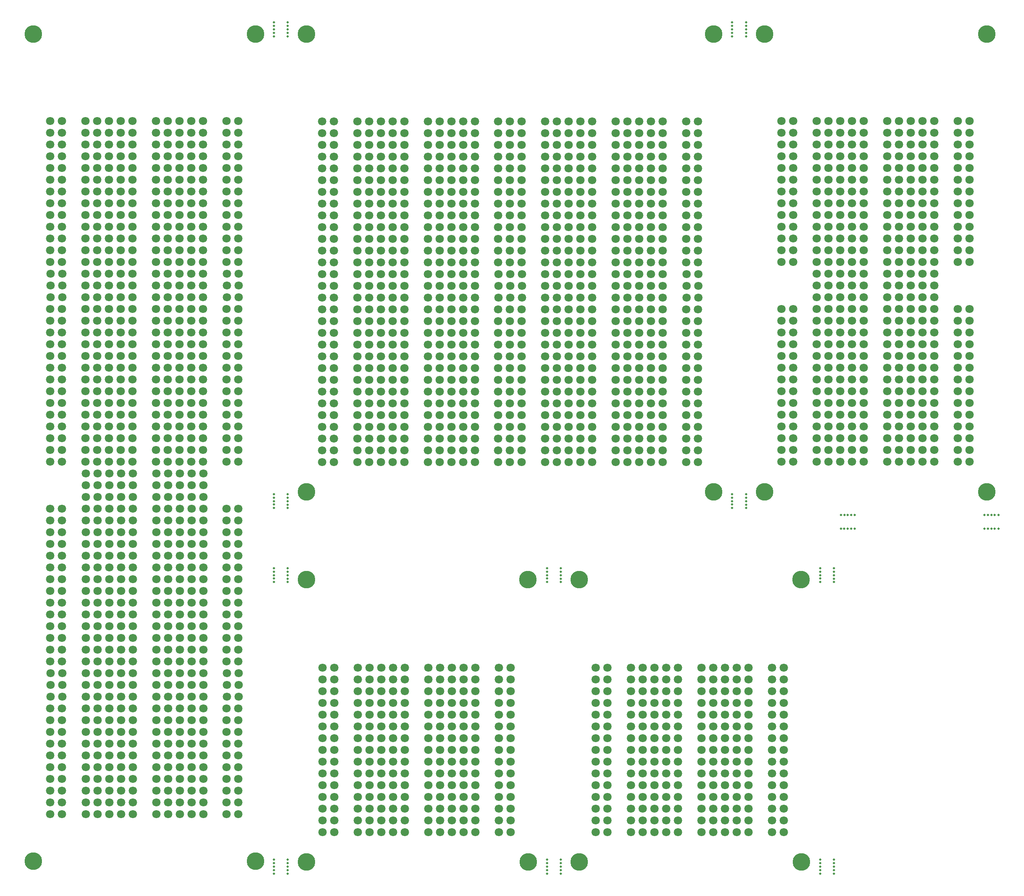
<source format=gbs>
G04 #@! TF.GenerationSoftware,KiCad,Pcbnew,8.0.2*
G04 #@! TF.CreationDate,2024-05-07T14:07:03-06:00*
G04 #@! TF.ProjectId,Perfboard_Panel,50657266-626f-4617-9264-5f50616e656c,rev?*
G04 #@! TF.SameCoordinates,Original*
G04 #@! TF.FileFunction,Soldermask,Bot*
G04 #@! TF.FilePolarity,Negative*
%FSLAX46Y46*%
G04 Gerber Fmt 4.6, Leading zero omitted, Abs format (unit mm)*
G04 Created by KiCad (PCBNEW 8.0.2) date 2024-05-07 14:07:03*
%MOMM*%
%LPD*%
G01*
G04 APERTURE LIST*
%ADD10C,1.803200*%
%ADD11C,2.600000*%
%ADD12C,3.800000*%
%ADD13C,0.500000*%
G04 APERTURE END LIST*
D10*
X107580000Y-105440000D03*
X229700000Y-113040000D03*
X69160000Y-87640000D03*
X140540000Y-118140000D03*
X64140000Y-191780000D03*
X163400000Y-130840000D03*
X64080000Y-133360000D03*
X56460000Y-110500000D03*
X38680000Y-110500000D03*
X196680000Y-138440000D03*
X97420000Y-105440000D03*
X76780000Y-115580000D03*
X61540000Y-123200000D03*
X112660000Y-82580000D03*
X46300000Y-90180000D03*
X69220000Y-174000000D03*
X176100000Y-128300000D03*
X125480000Y-213440000D03*
X51380000Y-69860000D03*
X211920000Y-102880000D03*
X48840000Y-133360000D03*
X211920000Y-77480000D03*
X71760000Y-168920000D03*
X138180000Y-188040000D03*
X125360000Y-125760000D03*
X48840000Y-138440000D03*
X115320000Y-223600000D03*
X184480000Y-195660000D03*
X76780000Y-219720000D03*
X214460000Y-85100000D03*
X76780000Y-92720000D03*
X112660000Y-120680000D03*
X105040000Y-141000000D03*
X69220000Y-191780000D03*
X135640000Y-198200000D03*
X130440000Y-69880000D03*
X107580000Y-95280000D03*
X234780000Y-87640000D03*
X76780000Y-140980000D03*
X237320000Y-92720000D03*
X76780000Y-135900000D03*
X110120000Y-80040000D03*
X211920000Y-115580000D03*
X127900000Y-107980000D03*
X150700000Y-85120000D03*
X176100000Y-125760000D03*
X66680000Y-161300000D03*
X229700000Y-128280000D03*
X229700000Y-85100000D03*
X168480000Y-141000000D03*
X168480000Y-105440000D03*
X237320000Y-133360000D03*
X76780000Y-156220000D03*
X99960000Y-125760000D03*
X197180000Y-213440000D03*
X229700000Y-90180000D03*
X122820000Y-74960000D03*
X120280000Y-80040000D03*
X66680000Y-207020000D03*
X211920000Y-125740000D03*
X234780000Y-69860000D03*
X224620000Y-107960000D03*
X140540000Y-115600000D03*
X110120000Y-107980000D03*
X110120000Y-69880000D03*
X69160000Y-118120000D03*
X171020000Y-125760000D03*
X176100000Y-90200000D03*
X66680000Y-214640000D03*
X122820000Y-118140000D03*
X237320000Y-135900000D03*
X48900000Y-146060000D03*
X64080000Y-87640000D03*
X125360000Y-120680000D03*
D11*
X193000000Y-51000000D03*
D12*
X193000000Y-51000000D03*
D10*
X66680000Y-186700000D03*
X48840000Y-90180000D03*
X153240000Y-90200000D03*
X237320000Y-90180000D03*
X219540000Y-128280000D03*
X150700000Y-133380000D03*
X174320000Y-190580000D03*
X166700000Y-190580000D03*
X219540000Y-138440000D03*
X71760000Y-148600000D03*
X168480000Y-128300000D03*
X148160000Y-125760000D03*
X156540000Y-198200000D03*
X135640000Y-218520000D03*
X105160000Y-215980000D03*
X64080000Y-120660000D03*
X156540000Y-221060000D03*
X64080000Y-123200000D03*
X150700000Y-141000000D03*
X97420000Y-133380000D03*
X148160000Y-69880000D03*
X71700000Y-105420000D03*
X46300000Y-115580000D03*
X125360000Y-85120000D03*
X165940000Y-87660000D03*
X48840000Y-110500000D03*
X165940000Y-74960000D03*
X138000000Y-100360000D03*
X56520000Y-148600000D03*
X153240000Y-87660000D03*
X184480000Y-210900000D03*
X227160000Y-77480000D03*
X66620000Y-69860000D03*
X189560000Y-203280000D03*
X64080000Y-115580000D03*
X128020000Y-198200000D03*
X145620000Y-90200000D03*
X209380000Y-95260000D03*
X130440000Y-105440000D03*
X115200000Y-135920000D03*
X160860000Y-77500000D03*
X64140000Y-189240000D03*
X229700000Y-110500000D03*
X135460000Y-72420000D03*
X76780000Y-74940000D03*
X165940000Y-130840000D03*
X122820000Y-107980000D03*
X61600000Y-166380000D03*
X171020000Y-97820000D03*
X138180000Y-198200000D03*
X56460000Y-115580000D03*
X61600000Y-176540000D03*
X56520000Y-209560000D03*
X127900000Y-74960000D03*
X69160000Y-140980000D03*
X76780000Y-133360000D03*
X171020000Y-69880000D03*
X69220000Y-201940000D03*
X107580000Y-120680000D03*
X53980000Y-171460000D03*
X189560000Y-193120000D03*
X41220000Y-120660000D03*
X56460000Y-100340000D03*
X204300000Y-77480000D03*
X64140000Y-212100000D03*
X105160000Y-208360000D03*
X155780000Y-118140000D03*
X48900000Y-156220000D03*
X209380000Y-100340000D03*
X196680000Y-128280000D03*
X168480000Y-110520000D03*
X165940000Y-69880000D03*
X53920000Y-110500000D03*
X97420000Y-128300000D03*
X171780000Y-195660000D03*
X211920000Y-123200000D03*
X196680000Y-97800000D03*
X166700000Y-215980000D03*
X97540000Y-218520000D03*
X51440000Y-204480000D03*
X138000000Y-92740000D03*
X53920000Y-100340000D03*
X178640000Y-115600000D03*
X130440000Y-128300000D03*
X61540000Y-107960000D03*
X38740000Y-191780000D03*
X107580000Y-138460000D03*
X163400000Y-102900000D03*
X196680000Y-69860000D03*
X66620000Y-125740000D03*
X135460000Y-143540000D03*
X194640000Y-215980000D03*
X110120000Y-120680000D03*
X100080000Y-188040000D03*
X155780000Y-80040000D03*
X229700000Y-80020000D03*
X160860000Y-110520000D03*
X48900000Y-207020000D03*
X169240000Y-218520000D03*
X71700000Y-95260000D03*
X38680000Y-184160000D03*
X229700000Y-72400000D03*
X107700000Y-198200000D03*
X79320000Y-133360000D03*
X209380000Y-118120000D03*
X181940000Y-195660000D03*
X61540000Y-143520000D03*
X155780000Y-72420000D03*
X206840000Y-120660000D03*
X145620000Y-110520000D03*
X150700000Y-100360000D03*
X224620000Y-92720000D03*
X112780000Y-213440000D03*
X224620000Y-125740000D03*
X97420000Y-113060000D03*
X199220000Y-97800000D03*
X237320000Y-130820000D03*
X105040000Y-138460000D03*
X237320000Y-128280000D03*
X159080000Y-188040000D03*
X105040000Y-80040000D03*
X219540000Y-80020000D03*
X214460000Y-138440000D03*
X211920000Y-74940000D03*
X196680000Y-82560000D03*
X197180000Y-193120000D03*
X56520000Y-212100000D03*
X214460000Y-90180000D03*
X153240000Y-92740000D03*
X165940000Y-113060000D03*
X112780000Y-195660000D03*
X51440000Y-146060000D03*
X237320000Y-69860000D03*
X53980000Y-146060000D03*
X120280000Y-107980000D03*
X176100000Y-92740000D03*
X61540000Y-105420000D03*
X64080000Y-143520000D03*
X130560000Y-208360000D03*
X206840000Y-123200000D03*
X196680000Y-87640000D03*
X125360000Y-87660000D03*
X112660000Y-141000000D03*
X38680000Y-80020000D03*
X166700000Y-213440000D03*
X41220000Y-133360000D03*
X69220000Y-171460000D03*
X138000000Y-87660000D03*
X153240000Y-118140000D03*
X51440000Y-184160000D03*
X138000000Y-138460000D03*
D13*
X240488000Y-155000000D03*
X240488000Y-158000000D03*
X241238000Y-158000000D03*
X241250000Y-155000000D03*
X242000000Y-155000000D03*
X242000000Y-158000000D03*
X242750000Y-155000000D03*
X242750000Y-158000000D03*
X243524000Y-155000000D03*
X243524000Y-158000000D03*
D10*
X153240000Y-130840000D03*
X100080000Y-200740000D03*
X187020000Y-193120000D03*
X204300000Y-90180000D03*
X120280000Y-113060000D03*
X163400000Y-74960000D03*
X214460000Y-95260000D03*
X160860000Y-80040000D03*
X148160000Y-107980000D03*
X66620000Y-80020000D03*
X107580000Y-128300000D03*
X122820000Y-72420000D03*
X174320000Y-208360000D03*
X234780000Y-80020000D03*
X168480000Y-143540000D03*
X209380000Y-130820000D03*
X38680000Y-82560000D03*
D11*
X94000000Y-169000000D03*
D12*
X94000000Y-169000000D03*
D10*
X214460000Y-135900000D03*
X110240000Y-218520000D03*
X128020000Y-210900000D03*
X153240000Y-97820000D03*
X163400000Y-105440000D03*
D13*
X146000000Y-232512000D03*
X149000000Y-232512000D03*
X149000000Y-231762000D03*
X146000000Y-231750000D03*
X146000000Y-231000000D03*
X149000000Y-231000000D03*
X146000000Y-230250000D03*
X149000000Y-230250000D03*
X146000000Y-229476000D03*
X149000000Y-229476000D03*
D10*
X163400000Y-100360000D03*
X196680000Y-72400000D03*
X76780000Y-181620000D03*
X219540000Y-95260000D03*
X100080000Y-195660000D03*
X184480000Y-221060000D03*
X110120000Y-95280000D03*
X112660000Y-85120000D03*
X224620000Y-97800000D03*
X61540000Y-125740000D03*
X214460000Y-110500000D03*
X56460000Y-77480000D03*
X169240000Y-198200000D03*
X53920000Y-128280000D03*
X138180000Y-215980000D03*
X79320000Y-115580000D03*
X211920000Y-100340000D03*
X159080000Y-205820000D03*
X79320000Y-92720000D03*
X48900000Y-171460000D03*
X165940000Y-97820000D03*
X125480000Y-210900000D03*
X112780000Y-205820000D03*
X105160000Y-193120000D03*
X51380000Y-107960000D03*
X112660000Y-97820000D03*
X56460000Y-69860000D03*
X56460000Y-74940000D03*
X51380000Y-143520000D03*
X46300000Y-72400000D03*
D11*
X94000000Y-230000000D03*
D12*
X94000000Y-230000000D03*
D10*
X56520000Y-146060000D03*
X206840000Y-110500000D03*
X112660000Y-107980000D03*
X46300000Y-133360000D03*
X51440000Y-194320000D03*
X127900000Y-105440000D03*
X153240000Y-123220000D03*
X166700000Y-208360000D03*
X46300000Y-110500000D03*
X99960000Y-92740000D03*
X115200000Y-130840000D03*
X224620000Y-100340000D03*
X179400000Y-188040000D03*
X64080000Y-102880000D03*
X120400000Y-205820000D03*
X97540000Y-210900000D03*
X51380000Y-74940000D03*
X206840000Y-135900000D03*
X112660000Y-135920000D03*
X122940000Y-193120000D03*
X169240000Y-188040000D03*
X150700000Y-135920000D03*
X69220000Y-166380000D03*
X204300000Y-143520000D03*
X99960000Y-133380000D03*
X99960000Y-120680000D03*
X41220000Y-168920000D03*
X204300000Y-72400000D03*
X38680000Y-97800000D03*
X229700000Y-77480000D03*
X38680000Y-87640000D03*
X56520000Y-166380000D03*
X125480000Y-200740000D03*
X53920000Y-69860000D03*
X41280000Y-105420000D03*
X120400000Y-190580000D03*
X105160000Y-190580000D03*
X179400000Y-223600000D03*
X61600000Y-148600000D03*
X122820000Y-87660000D03*
X229700000Y-102880000D03*
X184480000Y-218520000D03*
X41280000Y-194320000D03*
X130440000Y-97820000D03*
X229700000Y-105420000D03*
X135640000Y-210900000D03*
X127900000Y-69880000D03*
X105160000Y-200740000D03*
X48900000Y-191780000D03*
X48900000Y-153680000D03*
X41220000Y-201940000D03*
X122940000Y-221060000D03*
X66620000Y-113040000D03*
X97420000Y-118140000D03*
X214460000Y-80020000D03*
X115320000Y-198200000D03*
X199220000Y-135900000D03*
X164160000Y-210900000D03*
X145620000Y-87660000D03*
X99960000Y-90200000D03*
X181940000Y-221060000D03*
X171780000Y-190580000D03*
X110240000Y-215980000D03*
D13*
X205000000Y-169512000D03*
X208000000Y-169512000D03*
X208000000Y-168762000D03*
X205000000Y-168750000D03*
X205000000Y-168000000D03*
X208000000Y-168000000D03*
X205000000Y-167250000D03*
X208000000Y-167250000D03*
X205000000Y-166476000D03*
X208000000Y-166476000D03*
D10*
X153240000Y-115600000D03*
X199220000Y-118120000D03*
X112780000Y-198200000D03*
X194640000Y-210900000D03*
X199220000Y-77480000D03*
X130440000Y-100360000D03*
X130440000Y-113060000D03*
X56520000Y-196860000D03*
X105160000Y-210900000D03*
X110120000Y-113060000D03*
X53980000Y-209560000D03*
X64080000Y-130820000D03*
X69220000Y-156220000D03*
X237320000Y-82560000D03*
X159080000Y-218520000D03*
X66620000Y-85100000D03*
X197180000Y-218520000D03*
D11*
X83000000Y-229880000D03*
D12*
X83000000Y-229880000D03*
D10*
X105040000Y-113060000D03*
X156540000Y-188040000D03*
X115200000Y-97820000D03*
X41220000Y-113040000D03*
X71700000Y-72400000D03*
X125480000Y-218520000D03*
X229700000Y-130820000D03*
X61600000Y-184160000D03*
X64140000Y-168920000D03*
X153240000Y-110520000D03*
X125480000Y-203280000D03*
X237320000Y-118120000D03*
X209380000Y-102880000D03*
X227160000Y-120660000D03*
X214460000Y-102880000D03*
X194640000Y-213440000D03*
X138060000Y-105440000D03*
X211920000Y-85100000D03*
X97420000Y-123220000D03*
X165940000Y-138460000D03*
X110120000Y-133380000D03*
X148160000Y-105440000D03*
X125480000Y-195660000D03*
X171780000Y-221060000D03*
X51440000Y-161300000D03*
X53980000Y-151140000D03*
X76780000Y-209560000D03*
X64140000Y-214640000D03*
X99960000Y-72420000D03*
X222080000Y-82560000D03*
X53980000Y-163840000D03*
X38680000Y-92720000D03*
X181940000Y-215980000D03*
X41220000Y-74940000D03*
X56460000Y-72400000D03*
X219540000Y-77480000D03*
X46360000Y-196860000D03*
X153240000Y-143540000D03*
X51380000Y-85100000D03*
X187020000Y-215980000D03*
D12*
X182000000Y-51000000D03*
D11*
X182000000Y-51000000D03*
D10*
X227160000Y-135900000D03*
X178640000Y-118140000D03*
X38680000Y-130820000D03*
X181940000Y-208360000D03*
X197180000Y-205820000D03*
X168480000Y-87660000D03*
X71760000Y-171460000D03*
X79320000Y-87640000D03*
X53920000Y-82560000D03*
X105040000Y-90200000D03*
X168480000Y-120680000D03*
X69160000Y-72400000D03*
D11*
X193000000Y-150000000D03*
D12*
X193000000Y-150000000D03*
D10*
X127900000Y-77500000D03*
X176100000Y-69880000D03*
X145620000Y-107980000D03*
X66620000Y-77480000D03*
X79380000Y-189240000D03*
X214460000Y-115580000D03*
X71760000Y-176540000D03*
X48840000Y-82560000D03*
X56520000Y-156220000D03*
X127900000Y-87660000D03*
X160860000Y-107980000D03*
X128020000Y-208360000D03*
X79380000Y-194320000D03*
X38680000Y-168920000D03*
X41220000Y-143520000D03*
X227160000Y-123200000D03*
X160860000Y-133380000D03*
X38680000Y-204480000D03*
X150700000Y-102900000D03*
X168480000Y-80040000D03*
X169240000Y-200740000D03*
X222080000Y-135900000D03*
X224620000Y-110500000D03*
X150700000Y-113060000D03*
X61540000Y-133360000D03*
X76780000Y-163840000D03*
X51380000Y-135900000D03*
X107700000Y-195660000D03*
X41220000Y-166380000D03*
X166700000Y-223600000D03*
X61540000Y-77480000D03*
X112780000Y-188040000D03*
X176100000Y-74960000D03*
X227160000Y-102880000D03*
X234780000Y-140980000D03*
X130560000Y-200740000D03*
X71700000Y-69860000D03*
X41220000Y-171460000D03*
X115200000Y-110520000D03*
X153240000Y-72420000D03*
X48840000Y-130820000D03*
X41220000Y-85100000D03*
X120280000Y-110520000D03*
X48900000Y-176540000D03*
X209380000Y-80020000D03*
X178700000Y-102900000D03*
X56460000Y-113040000D03*
X140540000Y-97820000D03*
X127900000Y-135920000D03*
X150700000Y-69880000D03*
X71760000Y-196860000D03*
X135460000Y-97820000D03*
X53920000Y-80020000D03*
X148160000Y-141000000D03*
X53980000Y-179080000D03*
X38680000Y-199400000D03*
X199220000Y-80020000D03*
X140600000Y-105440000D03*
X76840000Y-194320000D03*
X155780000Y-128300000D03*
X156540000Y-190580000D03*
X204300000Y-110500000D03*
X179400000Y-208360000D03*
X76780000Y-158760000D03*
X46300000Y-140980000D03*
X97540000Y-200740000D03*
X153240000Y-80040000D03*
X79320000Y-174000000D03*
X209380000Y-123200000D03*
X199220000Y-138440000D03*
X160860000Y-128300000D03*
X204300000Y-69860000D03*
X155780000Y-69880000D03*
X209380000Y-87640000D03*
X174320000Y-210900000D03*
X140540000Y-87660000D03*
X214460000Y-82560000D03*
X76780000Y-85100000D03*
X105040000Y-143540000D03*
X204300000Y-140980000D03*
X100080000Y-215980000D03*
X135460000Y-69880000D03*
X194640000Y-188040000D03*
X127900000Y-130840000D03*
X71760000Y-219720000D03*
X41220000Y-196860000D03*
X153240000Y-105440000D03*
X224620000Y-143520000D03*
X125360000Y-74960000D03*
X46300000Y-87640000D03*
X211920000Y-95260000D03*
X176100000Y-110520000D03*
X79320000Y-95260000D03*
X79320000Y-74940000D03*
X46360000Y-171460000D03*
X130440000Y-102900000D03*
X168480000Y-72420000D03*
X237320000Y-138440000D03*
X155780000Y-133380000D03*
X166700000Y-205820000D03*
X196680000Y-123200000D03*
D13*
X87000000Y-232512000D03*
X90000000Y-232512000D03*
X90000000Y-231762000D03*
X87000000Y-231750000D03*
X87000000Y-231000000D03*
X90000000Y-231000000D03*
X87000000Y-230250000D03*
X90000000Y-230250000D03*
X87000000Y-229476000D03*
X90000000Y-229476000D03*
D10*
X168480000Y-130840000D03*
X71700000Y-130820000D03*
X107580000Y-69880000D03*
X56520000Y-219720000D03*
X110120000Y-110520000D03*
X163400000Y-107980000D03*
X107700000Y-188040000D03*
X120280000Y-125760000D03*
X61600000Y-161300000D03*
X145620000Y-85120000D03*
X125360000Y-100360000D03*
X76780000Y-110500000D03*
X46360000Y-161300000D03*
X138000000Y-110520000D03*
X222080000Y-105420000D03*
X125360000Y-77500000D03*
X79380000Y-102880000D03*
X112660000Y-102900000D03*
X206840000Y-133360000D03*
X165940000Y-80040000D03*
X69220000Y-176540000D03*
X130440000Y-85120000D03*
X229700000Y-100340000D03*
X209380000Y-110500000D03*
X105040000Y-100360000D03*
X56520000Y-158760000D03*
X155780000Y-115600000D03*
X112660000Y-77500000D03*
X53980000Y-158760000D03*
X135640000Y-221060000D03*
X97540000Y-215980000D03*
X41220000Y-123200000D03*
X107580000Y-125760000D03*
X110120000Y-143540000D03*
X107700000Y-205820000D03*
X234780000Y-135900000D03*
X69160000Y-110500000D03*
X222080000Y-110500000D03*
X138180000Y-221060000D03*
X46360000Y-191780000D03*
X38680000Y-95260000D03*
X115200000Y-141000000D03*
X148160000Y-130840000D03*
X168480000Y-69880000D03*
X138180000Y-193120000D03*
X48840000Y-113040000D03*
X71700000Y-113040000D03*
X127900000Y-110520000D03*
X155780000Y-74960000D03*
D11*
X142000000Y-230000000D03*
D12*
X142000000Y-230000000D03*
D10*
X66680000Y-158760000D03*
X234780000Y-120660000D03*
X148160000Y-90200000D03*
X145620000Y-69880000D03*
X46300000Y-95260000D03*
X171780000Y-198200000D03*
X71760000Y-217180000D03*
X211920000Y-87640000D03*
X51380000Y-125740000D03*
X135520000Y-107980000D03*
X148160000Y-143540000D03*
X38680000Y-163840000D03*
X234780000Y-118120000D03*
X159080000Y-203280000D03*
X48840000Y-120660000D03*
X156540000Y-215980000D03*
X64080000Y-140980000D03*
X99960000Y-102900000D03*
X120280000Y-123220000D03*
X51380000Y-123200000D03*
X115200000Y-113060000D03*
X160860000Y-143540000D03*
X150700000Y-130840000D03*
X128020000Y-205820000D03*
X181940000Y-205820000D03*
X237320000Y-97800000D03*
X97540000Y-190580000D03*
X155780000Y-123220000D03*
X227160000Y-69860000D03*
X110120000Y-141000000D03*
X51380000Y-115580000D03*
X122820000Y-82580000D03*
X120280000Y-115600000D03*
X61600000Y-181620000D03*
X229700000Y-125740000D03*
X110240000Y-200740000D03*
X64140000Y-176540000D03*
X178640000Y-90200000D03*
X41220000Y-90180000D03*
X194640000Y-223600000D03*
X135460000Y-92740000D03*
X153240000Y-120680000D03*
X155780000Y-130840000D03*
X97540000Y-195660000D03*
X222080000Y-107960000D03*
X53920000Y-135900000D03*
X163400000Y-80040000D03*
X237320000Y-113040000D03*
X178640000Y-113060000D03*
X187020000Y-208360000D03*
X51380000Y-77480000D03*
X48900000Y-199400000D03*
X127900000Y-80040000D03*
X176100000Y-133380000D03*
X138180000Y-190580000D03*
X171020000Y-72420000D03*
X61600000Y-191780000D03*
X234780000Y-115580000D03*
X197180000Y-190580000D03*
X48840000Y-80020000D03*
X56520000Y-214640000D03*
X38740000Y-107960000D03*
X99960000Y-95280000D03*
X48840000Y-105420000D03*
X127900000Y-82580000D03*
X38680000Y-153680000D03*
X194640000Y-198200000D03*
X56520000Y-171460000D03*
X199220000Y-110500000D03*
X169240000Y-208360000D03*
X38680000Y-138440000D03*
X97420000Y-120680000D03*
X125360000Y-69880000D03*
X112660000Y-143540000D03*
X199220000Y-72400000D03*
X110240000Y-208360000D03*
X61600000Y-151140000D03*
X53920000Y-120660000D03*
X130440000Y-115600000D03*
X155780000Y-107980000D03*
X112780000Y-200740000D03*
X79320000Y-209560000D03*
X150700000Y-80040000D03*
X38680000Y-186700000D03*
X107580000Y-115600000D03*
X41220000Y-130820000D03*
X125360000Y-113060000D03*
X71760000Y-153680000D03*
X168480000Y-77500000D03*
X41220000Y-128280000D03*
X229700000Y-69860000D03*
X125360000Y-105440000D03*
X79320000Y-110500000D03*
X127900000Y-100360000D03*
X199220000Y-92720000D03*
X79320000Y-214640000D03*
X204300000Y-100340000D03*
X41220000Y-100340000D03*
X61600000Y-163840000D03*
X38740000Y-189240000D03*
X199220000Y-82560000D03*
X168480000Y-125760000D03*
X237320000Y-74940000D03*
X189560000Y-190580000D03*
X178640000Y-143540000D03*
X115320000Y-208360000D03*
X214460000Y-97800000D03*
X61600000Y-196860000D03*
X100080000Y-213440000D03*
X120280000Y-133380000D03*
X115320000Y-205820000D03*
X122940000Y-213440000D03*
X128020000Y-218520000D03*
X227160000Y-87640000D03*
X138000000Y-128300000D03*
X156540000Y-195660000D03*
X135640000Y-193120000D03*
X204300000Y-128280000D03*
X48840000Y-74940000D03*
X38680000Y-90180000D03*
X53920000Y-77480000D03*
X227160000Y-128280000D03*
X110240000Y-190580000D03*
X169240000Y-193120000D03*
X168480000Y-135920000D03*
X219540000Y-110500000D03*
X178640000Y-110520000D03*
X125360000Y-138460000D03*
X48900000Y-186700000D03*
X64080000Y-82560000D03*
X105160000Y-205820000D03*
X97420000Y-115600000D03*
X125360000Y-130840000D03*
X187020000Y-205820000D03*
X171020000Y-135920000D03*
X71760000Y-181620000D03*
X79320000Y-90180000D03*
X76780000Y-130820000D03*
X148160000Y-133380000D03*
X125360000Y-133380000D03*
X138180000Y-200740000D03*
X148160000Y-110520000D03*
X97420000Y-80040000D03*
X214460000Y-123200000D03*
X76840000Y-102880000D03*
X155780000Y-100360000D03*
X176100000Y-143540000D03*
X79320000Y-217180000D03*
X122820000Y-141000000D03*
X168480000Y-113060000D03*
X120280000Y-143540000D03*
X38680000Y-196860000D03*
X56520000Y-181620000D03*
X120400000Y-193120000D03*
X122820000Y-115600000D03*
X237320000Y-143520000D03*
X110120000Y-74960000D03*
X150700000Y-138460000D03*
X150700000Y-72420000D03*
X145620000Y-125760000D03*
X69220000Y-207020000D03*
X110120000Y-138460000D03*
X196680000Y-80020000D03*
X71700000Y-97800000D03*
X234780000Y-85100000D03*
X115320000Y-218520000D03*
X135460000Y-85120000D03*
X178640000Y-135920000D03*
X115320000Y-193120000D03*
X122820000Y-133380000D03*
X69160000Y-128280000D03*
X150700000Y-143540000D03*
X135520000Y-105440000D03*
X155780000Y-135920000D03*
X125480000Y-205820000D03*
X127900000Y-138460000D03*
X48900000Y-214640000D03*
X76840000Y-191780000D03*
X194640000Y-195660000D03*
X79320000Y-85100000D03*
X222080000Y-102880000D03*
X53980000Y-199400000D03*
X56520000Y-199400000D03*
X153240000Y-102900000D03*
X229700000Y-135900000D03*
X171780000Y-205820000D03*
X69220000Y-217180000D03*
X160860000Y-105440000D03*
X115200000Y-80040000D03*
X64080000Y-95260000D03*
X160860000Y-118140000D03*
X166700000Y-203280000D03*
X53920000Y-92720000D03*
X64140000Y-184160000D03*
X120280000Y-100360000D03*
X181940000Y-203280000D03*
X171020000Y-128300000D03*
X165940000Y-120680000D03*
X115200000Y-72420000D03*
X115200000Y-143540000D03*
X224620000Y-77480000D03*
X120280000Y-82580000D03*
X61600000Y-219720000D03*
X138000000Y-133380000D03*
X41220000Y-135900000D03*
X76780000Y-80020000D03*
X130440000Y-74960000D03*
X206840000Y-115580000D03*
X64080000Y-118120000D03*
X38680000Y-143520000D03*
X115200000Y-133380000D03*
X189560000Y-188040000D03*
X150700000Y-90200000D03*
X115200000Y-118140000D03*
X160860000Y-85120000D03*
X219540000Y-118120000D03*
X105040000Y-72420000D03*
X130560000Y-188040000D03*
X211920000Y-107960000D03*
X174320000Y-218520000D03*
X163400000Y-135920000D03*
X61600000Y-204480000D03*
X179400000Y-210900000D03*
X199220000Y-133360000D03*
X237320000Y-95260000D03*
X122820000Y-135920000D03*
X150700000Y-105440000D03*
X115200000Y-138460000D03*
X38680000Y-118120000D03*
X176160000Y-102900000D03*
X97420000Y-135920000D03*
X179400000Y-218520000D03*
X234780000Y-125740000D03*
X79320000Y-207020000D03*
X178640000Y-92740000D03*
X120280000Y-118140000D03*
X178640000Y-130840000D03*
X206840000Y-113040000D03*
X219540000Y-97800000D03*
X145620000Y-77500000D03*
X135460000Y-141000000D03*
X234780000Y-77480000D03*
X71700000Y-87640000D03*
X76780000Y-161300000D03*
X46360000Y-168920000D03*
X138180000Y-203280000D03*
X171020000Y-82580000D03*
X130560000Y-210900000D03*
X122940000Y-195660000D03*
X178640000Y-133380000D03*
X38680000Y-158760000D03*
X107700000Y-218520000D03*
X181940000Y-223600000D03*
X76780000Y-184160000D03*
X214460000Y-87640000D03*
X197180000Y-195660000D03*
X196680000Y-77480000D03*
X99960000Y-77500000D03*
X171780000Y-188040000D03*
X227160000Y-110500000D03*
X61540000Y-100340000D03*
X150700000Y-115600000D03*
X214460000Y-143520000D03*
X66620000Y-128280000D03*
X76840000Y-189240000D03*
X46360000Y-199400000D03*
X153240000Y-77500000D03*
X112660000Y-125760000D03*
X130560000Y-195660000D03*
X189560000Y-200740000D03*
X199220000Y-130820000D03*
X160860000Y-125760000D03*
X176160000Y-105440000D03*
X171020000Y-100360000D03*
X130440000Y-80040000D03*
X41220000Y-219720000D03*
X64140000Y-219720000D03*
X107700000Y-223600000D03*
X79320000Y-176540000D03*
X209380000Y-125740000D03*
X194640000Y-203280000D03*
X79320000Y-80020000D03*
X138000000Y-118140000D03*
X194640000Y-218520000D03*
X66680000Y-176540000D03*
X176160000Y-107980000D03*
X112660000Y-90200000D03*
X64080000Y-107960000D03*
X41220000Y-199400000D03*
X99960000Y-135920000D03*
X140540000Y-80040000D03*
X196680000Y-110500000D03*
X115200000Y-85120000D03*
X227160000Y-82560000D03*
X51380000Y-72400000D03*
X148160000Y-118140000D03*
X66680000Y-171460000D03*
X148160000Y-82580000D03*
X140540000Y-128300000D03*
X64140000Y-181620000D03*
X56520000Y-153680000D03*
X76780000Y-120660000D03*
X165940000Y-72420000D03*
X105040000Y-74960000D03*
X211920000Y-133360000D03*
X196680000Y-143520000D03*
X110240000Y-195660000D03*
X112660000Y-95280000D03*
X196680000Y-90180000D03*
X219540000Y-135900000D03*
D13*
X209488000Y-155000000D03*
X209488000Y-158000000D03*
X210238000Y-158000000D03*
X210250000Y-155000000D03*
X211000000Y-155000000D03*
X211000000Y-158000000D03*
X211750000Y-155000000D03*
X211750000Y-158000000D03*
X212524000Y-155000000D03*
X212524000Y-158000000D03*
D10*
X38680000Y-133360000D03*
X100080000Y-210900000D03*
X229700000Y-143520000D03*
X41220000Y-217180000D03*
X155780000Y-110520000D03*
X71700000Y-82560000D03*
X178640000Y-141000000D03*
X214460000Y-77480000D03*
X214460000Y-74940000D03*
X206840000Y-87640000D03*
X135460000Y-87660000D03*
X227160000Y-72400000D03*
X79320000Y-72400000D03*
X66680000Y-189240000D03*
X120280000Y-77500000D03*
X130440000Y-123220000D03*
X64080000Y-74940000D03*
X153240000Y-69880000D03*
X166700000Y-198200000D03*
X125480000Y-215980000D03*
X224620000Y-133360000D03*
X110240000Y-210900000D03*
X145620000Y-113060000D03*
X187020000Y-218520000D03*
X66620000Y-92720000D03*
X127900000Y-85120000D03*
X214460000Y-107960000D03*
X71700000Y-102880000D03*
X166700000Y-195660000D03*
X165940000Y-128300000D03*
X46300000Y-77480000D03*
X204300000Y-105420000D03*
X206840000Y-130820000D03*
X159080000Y-190580000D03*
X135460000Y-115600000D03*
X211920000Y-92720000D03*
X130440000Y-141000000D03*
X127900000Y-141000000D03*
X69160000Y-85100000D03*
X234780000Y-95260000D03*
X69160000Y-125740000D03*
X38680000Y-212100000D03*
X69160000Y-80020000D03*
X196680000Y-133360000D03*
X105160000Y-195660000D03*
X138180000Y-210900000D03*
X76780000Y-123200000D03*
X174320000Y-188040000D03*
X71700000Y-135900000D03*
X206840000Y-69860000D03*
X181940000Y-210900000D03*
X61600000Y-217180000D03*
X229700000Y-138440000D03*
X204300000Y-118120000D03*
X197180000Y-210900000D03*
X110120000Y-135920000D03*
X105040000Y-120680000D03*
X105040000Y-123220000D03*
X130440000Y-107980000D03*
X222080000Y-77480000D03*
X153240000Y-128300000D03*
X148160000Y-128300000D03*
X219540000Y-87640000D03*
X56520000Y-176540000D03*
X176100000Y-113060000D03*
X171020000Y-92740000D03*
X140540000Y-74960000D03*
X176100000Y-87660000D03*
X46300000Y-125740000D03*
X179400000Y-198200000D03*
X56460000Y-87640000D03*
X105040000Y-105440000D03*
X69220000Y-196860000D03*
X99960000Y-138460000D03*
X79320000Y-168920000D03*
X187020000Y-223600000D03*
X171020000Y-110520000D03*
X196680000Y-113040000D03*
X56460000Y-102880000D03*
X38680000Y-85100000D03*
X138000000Y-135920000D03*
X135640000Y-208360000D03*
X222080000Y-85100000D03*
X61540000Y-102880000D03*
X97420000Y-77500000D03*
X79380000Y-107960000D03*
X163400000Y-72420000D03*
X135460000Y-120680000D03*
X53980000Y-148600000D03*
X53920000Y-140980000D03*
X171780000Y-213440000D03*
X165940000Y-77500000D03*
X130440000Y-138460000D03*
X46360000Y-186700000D03*
X209380000Y-113040000D03*
X224620000Y-87640000D03*
X168480000Y-115600000D03*
X56520000Y-186700000D03*
X148160000Y-120680000D03*
X48900000Y-219720000D03*
X138000000Y-97820000D03*
X165940000Y-90200000D03*
X76780000Y-171460000D03*
X178640000Y-80040000D03*
X219540000Y-69860000D03*
X165940000Y-92740000D03*
X115200000Y-87660000D03*
X110120000Y-87660000D03*
X71700000Y-128280000D03*
X174320000Y-195660000D03*
X171020000Y-105440000D03*
X69160000Y-92720000D03*
X122820000Y-125760000D03*
X61540000Y-110500000D03*
X53980000Y-156220000D03*
X64140000Y-209560000D03*
X110120000Y-97820000D03*
X222080000Y-97800000D03*
X165940000Y-82580000D03*
X46360000Y-156220000D03*
X115200000Y-105440000D03*
X115200000Y-92740000D03*
X38680000Y-214640000D03*
X76780000Y-95260000D03*
X48840000Y-140980000D03*
X53920000Y-125740000D03*
X145620000Y-123220000D03*
X66620000Y-107960000D03*
X148160000Y-95280000D03*
X163400000Y-128300000D03*
X159080000Y-198200000D03*
X107580000Y-74960000D03*
X156540000Y-193120000D03*
X130440000Y-82580000D03*
X209380000Y-82560000D03*
X105160000Y-223600000D03*
X110120000Y-85120000D03*
X51380000Y-102880000D03*
X178700000Y-105440000D03*
X51380000Y-113040000D03*
X197180000Y-200740000D03*
X187020000Y-198200000D03*
X234780000Y-130820000D03*
X61600000Y-189240000D03*
X69220000Y-163840000D03*
X148160000Y-77500000D03*
X99960000Y-128300000D03*
X159080000Y-193120000D03*
X138000000Y-141000000D03*
X53920000Y-90180000D03*
X127900000Y-90200000D03*
X48900000Y-217180000D03*
X41220000Y-97800000D03*
X153240000Y-85120000D03*
X66680000Y-217180000D03*
X105040000Y-130840000D03*
X130440000Y-90200000D03*
X66680000Y-184160000D03*
X100080000Y-208360000D03*
X41280000Y-191780000D03*
X138000000Y-95280000D03*
X48900000Y-158760000D03*
X211920000Y-69860000D03*
X79320000Y-153680000D03*
X179400000Y-190580000D03*
X130560000Y-190580000D03*
X224620000Y-72400000D03*
X38680000Y-77480000D03*
X234780000Y-90180000D03*
X79320000Y-128280000D03*
X160860000Y-102900000D03*
X135640000Y-203280000D03*
X155780000Y-85120000D03*
X112780000Y-203280000D03*
X56460000Y-133360000D03*
X156540000Y-205820000D03*
X112660000Y-87660000D03*
X53920000Y-133360000D03*
X171020000Y-118140000D03*
X189560000Y-221060000D03*
X178640000Y-125760000D03*
X64140000Y-146060000D03*
X64140000Y-196860000D03*
X76780000Y-204480000D03*
X53980000Y-217180000D03*
X76780000Y-217180000D03*
D13*
X146000000Y-169512000D03*
X149000000Y-169512000D03*
X149000000Y-168762000D03*
X146000000Y-168750000D03*
X146000000Y-168000000D03*
X149000000Y-168000000D03*
X146000000Y-167250000D03*
X149000000Y-167250000D03*
X146000000Y-166476000D03*
X149000000Y-166476000D03*
D10*
X211920000Y-72400000D03*
X76780000Y-82560000D03*
X41220000Y-214640000D03*
X163400000Y-143540000D03*
X100080000Y-203280000D03*
X56460000Y-90180000D03*
X211920000Y-80020000D03*
X135460000Y-82580000D03*
X171780000Y-208360000D03*
X115320000Y-188040000D03*
X214460000Y-105420000D03*
X171020000Y-123220000D03*
X128020000Y-215980000D03*
D11*
X241000000Y-150000000D03*
D12*
X241000000Y-150000000D03*
D10*
X69160000Y-97800000D03*
X219540000Y-130820000D03*
X130560000Y-198200000D03*
X69160000Y-113040000D03*
X51440000Y-176540000D03*
X135460000Y-135920000D03*
X115320000Y-215980000D03*
X196680000Y-140980000D03*
X222080000Y-143520000D03*
X165940000Y-133380000D03*
X56520000Y-179080000D03*
X56520000Y-207020000D03*
X219540000Y-125740000D03*
X69160000Y-135900000D03*
X110240000Y-193120000D03*
X122820000Y-120680000D03*
X178640000Y-82580000D03*
X153240000Y-133380000D03*
X130440000Y-133380000D03*
X79320000Y-123200000D03*
X153240000Y-125760000D03*
X163400000Y-85120000D03*
X51380000Y-105420000D03*
X120400000Y-198200000D03*
X168480000Y-92740000D03*
X51380000Y-100340000D03*
X155780000Y-143540000D03*
X127900000Y-95280000D03*
X71700000Y-125740000D03*
X125360000Y-92740000D03*
X100080000Y-205820000D03*
X145620000Y-105440000D03*
X38680000Y-166380000D03*
X227160000Y-140980000D03*
X168480000Y-123220000D03*
X138000000Y-143540000D03*
X122820000Y-97820000D03*
X120280000Y-69880000D03*
X130560000Y-221060000D03*
X159080000Y-215980000D03*
X224620000Y-69860000D03*
X61600000Y-168920000D03*
X66620000Y-95260000D03*
X222080000Y-100340000D03*
X112660000Y-123220000D03*
X69160000Y-74940000D03*
X112780000Y-221060000D03*
X130440000Y-92740000D03*
X97540000Y-193120000D03*
X127900000Y-102900000D03*
X66620000Y-82560000D03*
X234780000Y-82560000D03*
X110120000Y-123220000D03*
X53920000Y-123200000D03*
X79320000Y-69860000D03*
X229700000Y-95260000D03*
X184480000Y-208360000D03*
X71700000Y-120660000D03*
X41280000Y-102880000D03*
X69160000Y-82560000D03*
X163400000Y-123220000D03*
X148160000Y-135920000D03*
X148160000Y-102900000D03*
X71760000Y-201940000D03*
X79320000Y-82560000D03*
X79320000Y-199400000D03*
X214460000Y-133360000D03*
X209380000Y-85100000D03*
X234780000Y-97800000D03*
X153240000Y-74960000D03*
X127900000Y-115600000D03*
X148160000Y-97820000D03*
X171020000Y-130840000D03*
X227160000Y-113040000D03*
X209380000Y-140980000D03*
X125360000Y-80040000D03*
X105040000Y-85120000D03*
X76780000Y-138440000D03*
X97420000Y-141000000D03*
X79320000Y-77480000D03*
X211920000Y-118120000D03*
X219540000Y-140980000D03*
X100080000Y-190580000D03*
X61540000Y-97800000D03*
X38680000Y-219720000D03*
X105160000Y-213440000D03*
X112780000Y-218520000D03*
X51440000Y-163840000D03*
X179400000Y-200740000D03*
X46360000Y-148600000D03*
X179400000Y-205820000D03*
X46360000Y-153680000D03*
X66680000Y-219720000D03*
X222080000Y-95260000D03*
X219540000Y-115580000D03*
X199220000Y-95260000D03*
X127900000Y-125760000D03*
X97420000Y-97820000D03*
X204300000Y-113040000D03*
X112660000Y-110520000D03*
X64080000Y-138440000D03*
X53980000Y-166380000D03*
X48840000Y-72400000D03*
X48900000Y-166380000D03*
X135640000Y-215980000D03*
X61600000Y-212100000D03*
X181940000Y-213440000D03*
X187020000Y-203280000D03*
X115320000Y-213440000D03*
X99960000Y-100360000D03*
X120400000Y-200740000D03*
X56520000Y-151140000D03*
X38680000Y-69860000D03*
X69220000Y-146060000D03*
X122940000Y-188040000D03*
X61540000Y-90180000D03*
X64140000Y-156220000D03*
X138000000Y-123220000D03*
X105040000Y-115600000D03*
X169240000Y-205820000D03*
X224620000Y-82560000D03*
X51440000Y-171460000D03*
X76840000Y-107960000D03*
X176100000Y-77500000D03*
X112660000Y-92740000D03*
X128020000Y-213440000D03*
X138000000Y-69880000D03*
X64140000Y-158760000D03*
X227160000Y-95260000D03*
X189560000Y-210900000D03*
X140540000Y-110520000D03*
X41220000Y-153680000D03*
X69220000Y-151140000D03*
X66620000Y-123200000D03*
X184480000Y-190580000D03*
X53980000Y-219720000D03*
X76780000Y-179080000D03*
X69160000Y-123200000D03*
X163400000Y-97820000D03*
X38740000Y-194320000D03*
X224620000Y-102880000D03*
X174320000Y-198200000D03*
X69220000Y-212100000D03*
X71760000Y-204480000D03*
X150700000Y-107980000D03*
X51440000Y-156220000D03*
X64140000Y-161300000D03*
X140540000Y-143540000D03*
X112780000Y-210900000D03*
X71700000Y-140980000D03*
X97420000Y-90200000D03*
X38680000Y-74940000D03*
X97540000Y-205820000D03*
X76780000Y-186700000D03*
X130560000Y-203280000D03*
X110120000Y-115600000D03*
X229700000Y-87640000D03*
X41220000Y-118120000D03*
X159080000Y-210900000D03*
X112660000Y-69880000D03*
X122820000Y-130840000D03*
X184480000Y-203280000D03*
X176100000Y-123220000D03*
X189560000Y-195660000D03*
X135460000Y-80040000D03*
X46360000Y-176540000D03*
X145620000Y-80040000D03*
X164160000Y-198200000D03*
X71700000Y-143520000D03*
X138000000Y-115600000D03*
X206840000Y-95260000D03*
X66680000Y-153680000D03*
X164160000Y-208360000D03*
X76780000Y-176540000D03*
X176100000Y-120680000D03*
X46360000Y-174000000D03*
X153240000Y-138460000D03*
X110120000Y-77500000D03*
X46300000Y-105420000D03*
X48900000Y-161300000D03*
X204300000Y-85100000D03*
X38680000Y-171460000D03*
X120280000Y-92740000D03*
X48900000Y-196860000D03*
X148160000Y-80040000D03*
X66680000Y-156220000D03*
D13*
X87000000Y-51512000D03*
X90000000Y-51512000D03*
X90000000Y-50762000D03*
X87000000Y-50750000D03*
X87000000Y-50000000D03*
X90000000Y-50000000D03*
X87000000Y-49250000D03*
X90000000Y-49250000D03*
X87000000Y-48476000D03*
X90000000Y-48476000D03*
D10*
X194640000Y-193120000D03*
X105040000Y-92740000D03*
X130440000Y-95280000D03*
X140540000Y-130840000D03*
X209380000Y-133360000D03*
X138000000Y-130840000D03*
X219540000Y-74940000D03*
X159080000Y-208360000D03*
X46360000Y-212100000D03*
X209380000Y-92720000D03*
X66620000Y-118120000D03*
X48840000Y-100340000D03*
X71760000Y-184160000D03*
X209380000Y-128280000D03*
X61540000Y-128280000D03*
X163400000Y-138460000D03*
X69160000Y-100340000D03*
X128020000Y-188040000D03*
X130440000Y-143540000D03*
X165940000Y-141000000D03*
X46300000Y-100340000D03*
X206840000Y-74940000D03*
X224620000Y-118120000D03*
X130440000Y-120680000D03*
X160860000Y-113060000D03*
X79320000Y-163840000D03*
X171020000Y-90200000D03*
X51380000Y-138440000D03*
X53980000Y-189240000D03*
X160860000Y-100360000D03*
X97420000Y-143540000D03*
X71760000Y-199400000D03*
X140600000Y-107980000D03*
X206840000Y-128280000D03*
X187020000Y-213440000D03*
X227160000Y-125740000D03*
X61600000Y-199400000D03*
X38680000Y-156220000D03*
X76780000Y-77480000D03*
X53980000Y-196860000D03*
X79320000Y-181620000D03*
X214460000Y-118120000D03*
X97420000Y-82580000D03*
X64080000Y-97800000D03*
X66680000Y-151140000D03*
X97540000Y-198200000D03*
X234780000Y-138440000D03*
X64140000Y-151140000D03*
X97420000Y-125760000D03*
X76780000Y-212100000D03*
X46360000Y-194320000D03*
X159080000Y-195660000D03*
X51440000Y-191780000D03*
X174320000Y-223600000D03*
X61600000Y-194320000D03*
X53920000Y-130820000D03*
X107580000Y-143540000D03*
X105040000Y-69880000D03*
X51380000Y-110500000D03*
X41220000Y-184160000D03*
X125360000Y-123220000D03*
X229700000Y-97800000D03*
X53920000Y-138440000D03*
X53920000Y-107960000D03*
X112660000Y-100360000D03*
X56520000Y-174000000D03*
X112780000Y-208360000D03*
X135460000Y-77500000D03*
X204300000Y-97800000D03*
X66680000Y-194320000D03*
X53920000Y-95260000D03*
X115320000Y-195660000D03*
X160860000Y-90200000D03*
X48840000Y-125740000D03*
X79320000Y-140980000D03*
X79320000Y-166380000D03*
X140540000Y-138460000D03*
X171020000Y-138460000D03*
X79320000Y-130820000D03*
X66620000Y-130820000D03*
X206840000Y-100340000D03*
X56520000Y-163840000D03*
X51380000Y-130820000D03*
X110240000Y-203280000D03*
X51440000Y-209560000D03*
X112660000Y-133380000D03*
X120280000Y-85120000D03*
X107580000Y-77500000D03*
X64140000Y-199400000D03*
X135460000Y-123220000D03*
X222080000Y-90180000D03*
X46360000Y-217180000D03*
X61540000Y-82560000D03*
X189560000Y-218520000D03*
X171020000Y-80040000D03*
X153240000Y-95280000D03*
X41220000Y-186700000D03*
X171020000Y-143540000D03*
X51380000Y-90180000D03*
X128020000Y-203280000D03*
X46300000Y-118120000D03*
X107700000Y-221060000D03*
X171780000Y-200740000D03*
X69220000Y-158760000D03*
X120280000Y-135920000D03*
X176100000Y-118140000D03*
X176100000Y-141000000D03*
X165940000Y-102900000D03*
X204300000Y-95260000D03*
X125360000Y-82580000D03*
X66680000Y-209560000D03*
X150700000Y-110520000D03*
X176100000Y-135920000D03*
X38680000Y-72400000D03*
X211920000Y-90180000D03*
X66680000Y-199400000D03*
X130440000Y-77500000D03*
X107580000Y-118140000D03*
X66680000Y-191780000D03*
X71700000Y-115580000D03*
X199220000Y-128280000D03*
X187020000Y-210900000D03*
X56460000Y-138440000D03*
X150700000Y-125760000D03*
X164160000Y-200740000D03*
X150700000Y-74960000D03*
X64140000Y-194320000D03*
X120400000Y-218520000D03*
X171020000Y-113060000D03*
X38680000Y-176540000D03*
X99960000Y-123220000D03*
X38680000Y-135900000D03*
X110120000Y-82580000D03*
X64080000Y-90180000D03*
X140540000Y-72420000D03*
X156540000Y-203280000D03*
X53920000Y-102880000D03*
X122820000Y-69880000D03*
X206840000Y-107960000D03*
X135640000Y-205820000D03*
X53920000Y-143520000D03*
X156540000Y-208360000D03*
X234780000Y-100340000D03*
X237320000Y-115580000D03*
X107580000Y-133380000D03*
X97420000Y-138460000D03*
X227160000Y-105420000D03*
X64140000Y-153680000D03*
X122820000Y-113060000D03*
X48840000Y-128280000D03*
X41220000Y-80020000D03*
X107580000Y-141000000D03*
X219540000Y-92720000D03*
X76780000Y-166380000D03*
X209380000Y-105420000D03*
X145620000Y-82580000D03*
X97420000Y-85120000D03*
X234780000Y-113040000D03*
X138060000Y-107980000D03*
X222080000Y-123200000D03*
X165940000Y-143540000D03*
X227160000Y-85100000D03*
X115200000Y-102900000D03*
X61540000Y-135900000D03*
X46360000Y-201940000D03*
X120400000Y-188040000D03*
X145620000Y-143540000D03*
X71760000Y-161300000D03*
X61540000Y-115580000D03*
X110120000Y-100360000D03*
X160860000Y-69880000D03*
X160860000Y-141000000D03*
X53980000Y-194320000D03*
D12*
X94000000Y-150000000D03*
D11*
X94000000Y-150000000D03*
D10*
X76780000Y-90180000D03*
X214460000Y-125740000D03*
X160860000Y-82580000D03*
X64140000Y-207020000D03*
X110240000Y-205820000D03*
X97540000Y-188040000D03*
X160860000Y-115600000D03*
X69160000Y-120660000D03*
X169240000Y-195660000D03*
X115200000Y-107980000D03*
X204300000Y-120660000D03*
X122820000Y-77500000D03*
X115200000Y-125760000D03*
X125480000Y-208360000D03*
X164160000Y-188040000D03*
X164160000Y-205820000D03*
X209380000Y-90180000D03*
X160860000Y-72420000D03*
X122820000Y-143540000D03*
X51440000Y-189240000D03*
D11*
X200860000Y-169000000D03*
D12*
X200860000Y-169000000D03*
D10*
X53920000Y-85100000D03*
X112780000Y-215980000D03*
X97420000Y-100360000D03*
D12*
X182000000Y-150000000D03*
D11*
X182000000Y-150000000D03*
D10*
X105040000Y-97820000D03*
X168480000Y-133380000D03*
X107580000Y-107980000D03*
X234780000Y-110500000D03*
X181940000Y-190580000D03*
X51380000Y-87640000D03*
X66620000Y-72400000D03*
X71760000Y-156220000D03*
X46300000Y-92720000D03*
X176100000Y-130840000D03*
X155780000Y-97820000D03*
X53920000Y-74940000D03*
X148160000Y-92740000D03*
X61600000Y-207020000D03*
X99960000Y-87660000D03*
X125360000Y-143540000D03*
X148160000Y-113060000D03*
X171020000Y-87660000D03*
X163400000Y-141000000D03*
X53980000Y-181620000D03*
X171020000Y-77500000D03*
X150700000Y-92740000D03*
X110120000Y-128300000D03*
X145620000Y-118140000D03*
X38680000Y-140980000D03*
X125360000Y-97820000D03*
X122940000Y-203280000D03*
X41220000Y-92720000D03*
X122820000Y-102900000D03*
X48900000Y-181620000D03*
X110240000Y-198200000D03*
X156540000Y-200740000D03*
X99960000Y-143540000D03*
X41220000Y-204480000D03*
X140540000Y-123220000D03*
X51440000Y-207020000D03*
X71760000Y-146060000D03*
X204300000Y-115580000D03*
X156540000Y-213440000D03*
X168480000Y-95280000D03*
X199220000Y-115580000D03*
X46300000Y-97800000D03*
X127900000Y-118140000D03*
X48900000Y-209560000D03*
X79320000Y-196860000D03*
X209380000Y-74940000D03*
X41220000Y-140980000D03*
X227160000Y-100340000D03*
X219540000Y-85100000D03*
X138000000Y-120680000D03*
X196680000Y-115580000D03*
X71700000Y-123200000D03*
X76780000Y-72400000D03*
X56520000Y-191780000D03*
X120400000Y-195660000D03*
X112660000Y-72420000D03*
X71700000Y-74940000D03*
X206840000Y-118120000D03*
X71760000Y-174000000D03*
X120400000Y-213440000D03*
X46360000Y-166380000D03*
X168480000Y-107980000D03*
X66680000Y-146060000D03*
X38680000Y-217180000D03*
X71760000Y-194320000D03*
X179400000Y-213440000D03*
X79320000Y-171460000D03*
X140600000Y-102900000D03*
X69220000Y-189240000D03*
X107580000Y-100360000D03*
X51380000Y-133360000D03*
X61540000Y-80020000D03*
X76840000Y-105420000D03*
X135460000Y-74960000D03*
X122820000Y-95280000D03*
X128020000Y-195660000D03*
X189560000Y-208360000D03*
X145620000Y-100360000D03*
X56460000Y-118120000D03*
X178640000Y-123220000D03*
X110240000Y-223600000D03*
X160860000Y-123220000D03*
X66680000Y-196860000D03*
X145620000Y-74960000D03*
X184480000Y-193120000D03*
X61600000Y-209560000D03*
X56520000Y-189240000D03*
X237320000Y-72400000D03*
X229700000Y-133360000D03*
X107580000Y-72420000D03*
X69160000Y-130820000D03*
X110120000Y-130840000D03*
X224620000Y-90180000D03*
X99960000Y-80040000D03*
X176100000Y-82580000D03*
X69160000Y-138440000D03*
X155780000Y-113060000D03*
X194640000Y-208360000D03*
X64080000Y-110500000D03*
X48840000Y-135900000D03*
X56460000Y-85100000D03*
X174320000Y-205820000D03*
X97540000Y-221060000D03*
X214460000Y-120660000D03*
X148160000Y-123220000D03*
X224620000Y-123200000D03*
X105040000Y-135920000D03*
X66620000Y-102880000D03*
X76780000Y-153680000D03*
X150700000Y-120680000D03*
X227160000Y-130820000D03*
X171020000Y-74960000D03*
X199220000Y-113040000D03*
X187020000Y-188040000D03*
X41220000Y-212100000D03*
X222080000Y-115580000D03*
X145620000Y-141000000D03*
X168480000Y-100360000D03*
X79320000Y-161300000D03*
X66620000Y-133360000D03*
X56460000Y-123200000D03*
X53980000Y-176540000D03*
X222080000Y-74940000D03*
X125360000Y-90200000D03*
X168480000Y-74960000D03*
X145620000Y-128300000D03*
X61600000Y-174000000D03*
X120280000Y-97820000D03*
X227160000Y-97800000D03*
X41220000Y-209560000D03*
X51440000Y-181620000D03*
X112660000Y-128300000D03*
X237320000Y-125740000D03*
X155780000Y-105440000D03*
X71760000Y-158760000D03*
X171780000Y-203280000D03*
X61540000Y-69860000D03*
X99960000Y-105440000D03*
X107580000Y-92740000D03*
X97420000Y-87660000D03*
X110120000Y-72420000D03*
X229700000Y-118120000D03*
X150700000Y-77500000D03*
X53980000Y-161300000D03*
D13*
X87000000Y-169512000D03*
X90000000Y-169512000D03*
X90000000Y-168762000D03*
X87000000Y-168750000D03*
X87000000Y-168000000D03*
X90000000Y-168000000D03*
X87000000Y-167250000D03*
X90000000Y-167250000D03*
X87000000Y-166476000D03*
X90000000Y-166476000D03*
D10*
X125480000Y-223600000D03*
X163400000Y-87660000D03*
X219540000Y-72400000D03*
X105160000Y-198200000D03*
X69220000Y-148600000D03*
X115200000Y-90200000D03*
X66620000Y-110500000D03*
X56460000Y-92720000D03*
X38740000Y-105420000D03*
X184480000Y-198200000D03*
X76780000Y-214640000D03*
X51440000Y-201940000D03*
X48840000Y-107960000D03*
X204300000Y-87640000D03*
X206840000Y-125740000D03*
X46300000Y-74940000D03*
X181940000Y-188040000D03*
X140540000Y-77500000D03*
X163400000Y-90200000D03*
X76780000Y-113040000D03*
X153240000Y-135920000D03*
X155780000Y-95280000D03*
X171780000Y-193120000D03*
X178640000Y-74960000D03*
X178640000Y-85120000D03*
X120280000Y-90200000D03*
X160860000Y-92740000D03*
X197180000Y-208360000D03*
X79320000Y-158760000D03*
X48840000Y-95260000D03*
X41220000Y-156220000D03*
X214460000Y-92720000D03*
X206840000Y-92720000D03*
X224620000Y-128280000D03*
X120400000Y-208360000D03*
X38680000Y-179080000D03*
X125360000Y-141000000D03*
X51440000Y-153680000D03*
X48840000Y-85100000D03*
X41220000Y-179080000D03*
X79320000Y-120660000D03*
X71700000Y-107960000D03*
X125360000Y-95280000D03*
X105040000Y-102900000D03*
D13*
X205000000Y-232512000D03*
X208000000Y-232512000D03*
X208000000Y-231762000D03*
X205000000Y-231750000D03*
X205000000Y-231000000D03*
X208000000Y-231000000D03*
X205000000Y-230250000D03*
X208000000Y-230250000D03*
X205000000Y-229476000D03*
X208000000Y-229476000D03*
D10*
X138000000Y-125760000D03*
X199220000Y-87640000D03*
X156540000Y-210900000D03*
X112780000Y-223600000D03*
X178700000Y-107980000D03*
X130560000Y-215980000D03*
X164160000Y-213440000D03*
X110120000Y-90200000D03*
X165940000Y-118140000D03*
X222080000Y-140980000D03*
X145620000Y-115600000D03*
X196680000Y-85100000D03*
X51440000Y-217180000D03*
X135460000Y-110520000D03*
X160860000Y-138460000D03*
X127900000Y-113060000D03*
X163400000Y-82580000D03*
X214460000Y-69860000D03*
X171020000Y-85120000D03*
X178640000Y-120680000D03*
X209380000Y-143520000D03*
X79320000Y-97800000D03*
X46360000Y-214640000D03*
X160860000Y-135920000D03*
X56520000Y-161300000D03*
X196680000Y-130820000D03*
X140540000Y-92740000D03*
D11*
X241000000Y-51000000D03*
D12*
X241000000Y-51000000D03*
D13*
X186000000Y-51512000D03*
X189000000Y-51512000D03*
X189000000Y-50762000D03*
X186000000Y-50750000D03*
X186000000Y-50000000D03*
X189000000Y-50000000D03*
X186000000Y-49250000D03*
X189000000Y-49250000D03*
X186000000Y-48476000D03*
X189000000Y-48476000D03*
D10*
X176100000Y-85120000D03*
X46360000Y-151140000D03*
X199220000Y-69860000D03*
X38680000Y-125740000D03*
X48840000Y-118120000D03*
X178640000Y-128300000D03*
X79320000Y-113040000D03*
X120400000Y-210900000D03*
X160860000Y-120680000D03*
X107700000Y-190580000D03*
X196680000Y-92720000D03*
X97540000Y-213440000D03*
X184480000Y-213440000D03*
X206840000Y-77480000D03*
X51380000Y-92720000D03*
X211920000Y-113040000D03*
X41220000Y-207020000D03*
X46300000Y-120660000D03*
X122820000Y-123220000D03*
X224620000Y-138440000D03*
X219540000Y-113040000D03*
X41220000Y-181620000D03*
X76780000Y-125740000D03*
X53980000Y-186700000D03*
X237320000Y-87640000D03*
X48900000Y-148600000D03*
X48900000Y-174000000D03*
X69220000Y-219720000D03*
X64080000Y-113040000D03*
X64080000Y-135900000D03*
X61540000Y-140980000D03*
X79320000Y-135900000D03*
X135460000Y-95280000D03*
X69160000Y-107960000D03*
X112780000Y-190580000D03*
X122820000Y-80040000D03*
X164160000Y-193120000D03*
X71700000Y-110500000D03*
X56460000Y-130820000D03*
X105160000Y-188040000D03*
X112660000Y-130840000D03*
X41220000Y-158760000D03*
X222080000Y-87640000D03*
X41220000Y-77480000D03*
X46360000Y-184160000D03*
X51440000Y-174000000D03*
X48840000Y-87640000D03*
X166700000Y-200740000D03*
X53920000Y-87640000D03*
X196680000Y-120660000D03*
X138180000Y-218520000D03*
X128020000Y-190580000D03*
X46360000Y-209560000D03*
X178640000Y-69880000D03*
X61540000Y-74940000D03*
X196680000Y-135900000D03*
X166700000Y-188040000D03*
X48840000Y-102880000D03*
X107580000Y-113060000D03*
X61600000Y-158760000D03*
X224620000Y-74940000D03*
X69220000Y-179080000D03*
X79320000Y-201940000D03*
X79380000Y-191780000D03*
X224620000Y-140980000D03*
X155780000Y-138460000D03*
X163400000Y-95280000D03*
X176100000Y-72420000D03*
X46300000Y-80020000D03*
X107580000Y-130840000D03*
X41220000Y-174000000D03*
X71760000Y-207020000D03*
X51440000Y-179080000D03*
X53980000Y-204480000D03*
X107700000Y-210900000D03*
X69220000Y-194320000D03*
X56460000Y-105420000D03*
X51380000Y-82560000D03*
X127900000Y-143540000D03*
X48840000Y-69860000D03*
X110240000Y-213440000D03*
X56520000Y-168920000D03*
X64140000Y-166380000D03*
X171020000Y-95280000D03*
X229700000Y-82560000D03*
X229700000Y-123200000D03*
X199220000Y-85100000D03*
X53920000Y-97800000D03*
X130440000Y-118140000D03*
X107700000Y-193120000D03*
X140540000Y-85120000D03*
X138180000Y-205820000D03*
X61600000Y-156220000D03*
X122940000Y-200740000D03*
X76780000Y-168920000D03*
X130440000Y-87660000D03*
X79320000Y-186700000D03*
X197180000Y-221060000D03*
X100080000Y-221060000D03*
X130440000Y-110520000D03*
X41220000Y-82560000D03*
X229700000Y-74940000D03*
X178640000Y-87660000D03*
X64140000Y-174000000D03*
X197180000Y-215980000D03*
X227160000Y-80020000D03*
X194640000Y-190580000D03*
X211920000Y-135900000D03*
X76780000Y-87640000D03*
X66680000Y-168920000D03*
X165940000Y-110520000D03*
X199220000Y-120660000D03*
X38680000Y-161300000D03*
X156540000Y-223600000D03*
X79320000Y-179080000D03*
X69160000Y-69860000D03*
X56460000Y-120660000D03*
X110240000Y-221060000D03*
X115200000Y-77500000D03*
X237320000Y-85100000D03*
X164160000Y-215980000D03*
X53980000Y-168920000D03*
X140540000Y-120680000D03*
X187020000Y-200740000D03*
X197180000Y-223600000D03*
X211920000Y-97800000D03*
X204300000Y-130820000D03*
X140540000Y-95280000D03*
X155780000Y-120680000D03*
X155780000Y-141000000D03*
X107580000Y-123220000D03*
X99960000Y-130840000D03*
X122940000Y-210900000D03*
X140540000Y-82580000D03*
X61540000Y-92720000D03*
X237320000Y-123200000D03*
X222080000Y-69860000D03*
X122820000Y-138460000D03*
X140540000Y-100360000D03*
X99960000Y-118140000D03*
X125480000Y-198200000D03*
X171020000Y-107980000D03*
X79320000Y-143520000D03*
X120400000Y-223600000D03*
X115200000Y-120680000D03*
X204300000Y-123200000D03*
X211920000Y-143520000D03*
X168480000Y-90200000D03*
X227160000Y-118120000D03*
X189560000Y-198200000D03*
X125360000Y-118140000D03*
X224620000Y-120660000D03*
X204300000Y-107960000D03*
X120280000Y-105440000D03*
X97420000Y-72420000D03*
X181940000Y-198200000D03*
X69160000Y-105420000D03*
X61600000Y-171460000D03*
X155780000Y-102900000D03*
X56460000Y-140980000D03*
X107580000Y-90200000D03*
X76780000Y-199400000D03*
X99960000Y-110520000D03*
X171020000Y-102900000D03*
X122940000Y-205820000D03*
X69220000Y-184160000D03*
X176100000Y-95280000D03*
X127900000Y-72420000D03*
X165940000Y-100360000D03*
X61540000Y-138440000D03*
X179400000Y-215980000D03*
X169240000Y-203280000D03*
X138000000Y-85120000D03*
X125360000Y-128300000D03*
X234780000Y-123200000D03*
X46360000Y-146060000D03*
X46300000Y-123200000D03*
X178640000Y-97820000D03*
X237320000Y-140980000D03*
X38680000Y-181620000D03*
X122940000Y-198200000D03*
X71760000Y-179080000D03*
X79320000Y-184160000D03*
X224620000Y-130820000D03*
X145620000Y-102900000D03*
X46300000Y-138440000D03*
X122820000Y-110520000D03*
X122940000Y-190580000D03*
X171780000Y-215980000D03*
X97420000Y-107980000D03*
X99960000Y-107980000D03*
X56460000Y-97800000D03*
X163400000Y-110520000D03*
X148160000Y-87660000D03*
X112660000Y-80040000D03*
X122820000Y-128300000D03*
X234780000Y-133360000D03*
X196680000Y-125740000D03*
X99960000Y-74960000D03*
X135460000Y-100360000D03*
X148160000Y-72420000D03*
X51440000Y-196860000D03*
X110120000Y-105440000D03*
X153240000Y-141000000D03*
X171780000Y-218520000D03*
X99960000Y-141000000D03*
X51440000Y-168920000D03*
X107580000Y-82580000D03*
X222080000Y-80020000D03*
X145620000Y-97820000D03*
X125480000Y-190580000D03*
X160860000Y-97820000D03*
X115320000Y-210900000D03*
X130440000Y-130840000D03*
X138000000Y-90200000D03*
X165940000Y-135920000D03*
X229700000Y-120660000D03*
D11*
X201000000Y-230000000D03*
D12*
X201000000Y-230000000D03*
D10*
X165940000Y-85120000D03*
X79320000Y-212100000D03*
X155780000Y-82580000D03*
X138000000Y-113060000D03*
X211920000Y-138440000D03*
X64140000Y-163840000D03*
X204300000Y-125740000D03*
X165940000Y-125760000D03*
X122940000Y-208360000D03*
X66620000Y-143520000D03*
X110240000Y-188040000D03*
X181940000Y-193120000D03*
X237320000Y-120660000D03*
X214460000Y-113040000D03*
X197180000Y-203280000D03*
X51380000Y-140980000D03*
X145620000Y-72420000D03*
X56520000Y-184160000D03*
X61540000Y-85100000D03*
X120400000Y-215980000D03*
X61600000Y-153680000D03*
X110120000Y-102900000D03*
X164160000Y-195660000D03*
X169240000Y-215980000D03*
X211920000Y-105420000D03*
X53920000Y-105420000D03*
X64140000Y-171460000D03*
X204300000Y-92720000D03*
X38680000Y-209560000D03*
X76780000Y-207020000D03*
X51440000Y-158760000D03*
X120280000Y-130840000D03*
X66680000Y-212100000D03*
X227160000Y-74940000D03*
X219540000Y-133360000D03*
X169240000Y-210900000D03*
X53980000Y-214640000D03*
X120280000Y-74960000D03*
X79320000Y-100340000D03*
X206840000Y-72400000D03*
D12*
X94000000Y-51000000D03*
D11*
X94000000Y-51000000D03*
D10*
X64140000Y-201940000D03*
X184480000Y-188040000D03*
X64080000Y-100340000D03*
X128020000Y-221060000D03*
X53980000Y-174000000D03*
X69220000Y-204480000D03*
X71760000Y-186700000D03*
X51440000Y-199400000D03*
X69160000Y-115580000D03*
X138000000Y-77500000D03*
X224620000Y-85100000D03*
X112660000Y-105440000D03*
X135460000Y-113060000D03*
X51380000Y-118120000D03*
X115200000Y-128300000D03*
X112660000Y-138460000D03*
X127900000Y-120680000D03*
X51380000Y-80020000D03*
X64080000Y-80020000D03*
X135640000Y-200740000D03*
X120280000Y-141000000D03*
X211920000Y-82560000D03*
X222080000Y-72400000D03*
X46360000Y-163840000D03*
X48840000Y-123200000D03*
X222080000Y-118120000D03*
X100080000Y-198200000D03*
X56520000Y-201940000D03*
X163400000Y-113060000D03*
X222080000Y-128280000D03*
X164160000Y-190580000D03*
X199220000Y-90180000D03*
X125480000Y-193120000D03*
X222080000Y-138440000D03*
X97540000Y-223600000D03*
X227160000Y-138440000D03*
X51380000Y-128280000D03*
X148160000Y-100360000D03*
X69160000Y-143520000D03*
X227160000Y-92720000D03*
X206840000Y-138440000D03*
X51440000Y-148600000D03*
X168480000Y-138460000D03*
X48840000Y-77480000D03*
X171780000Y-223600000D03*
X61600000Y-146060000D03*
X48900000Y-201940000D03*
X71700000Y-100340000D03*
X38680000Y-128280000D03*
X61540000Y-72400000D03*
X66680000Y-148600000D03*
D11*
X141860000Y-169000000D03*
D12*
X141860000Y-169000000D03*
D10*
X199220000Y-143520000D03*
X115200000Y-95280000D03*
X99960000Y-69880000D03*
X64080000Y-69860000D03*
X237320000Y-110500000D03*
X61540000Y-118120000D03*
X51440000Y-166380000D03*
X107580000Y-80040000D03*
X71760000Y-189240000D03*
X105160000Y-203280000D03*
X115200000Y-74960000D03*
X135460000Y-128300000D03*
X56520000Y-194320000D03*
X163400000Y-115600000D03*
X135460000Y-133380000D03*
X150700000Y-87660000D03*
X105040000Y-133380000D03*
X97420000Y-130840000D03*
X204300000Y-80020000D03*
X199220000Y-123200000D03*
X122820000Y-85120000D03*
X206840000Y-143520000D03*
X69220000Y-209560000D03*
X164160000Y-223600000D03*
X165940000Y-107980000D03*
X138180000Y-223600000D03*
X112780000Y-193120000D03*
X64080000Y-128280000D03*
X46360000Y-158760000D03*
X168480000Y-102900000D03*
X160860000Y-130840000D03*
X64140000Y-186700000D03*
X125360000Y-115600000D03*
X214460000Y-140980000D03*
X224620000Y-105420000D03*
X48900000Y-194320000D03*
X38680000Y-100340000D03*
X99960000Y-115600000D03*
X135460000Y-118140000D03*
X53980000Y-191780000D03*
X219540000Y-120660000D03*
X38680000Y-201940000D03*
X56460000Y-143520000D03*
X159080000Y-200740000D03*
X229700000Y-140980000D03*
X66620000Y-74940000D03*
X64140000Y-148600000D03*
X229700000Y-92720000D03*
X79320000Y-156220000D03*
X99960000Y-113060000D03*
X211920000Y-110500000D03*
X164160000Y-218520000D03*
X41280000Y-189240000D03*
X127900000Y-92740000D03*
X174320000Y-215980000D03*
X171780000Y-210900000D03*
X171020000Y-120680000D03*
X206840000Y-97800000D03*
X222080000Y-125740000D03*
X79320000Y-204480000D03*
X128020000Y-200740000D03*
X41220000Y-110500000D03*
X211920000Y-128280000D03*
X41220000Y-69860000D03*
X46300000Y-135900000D03*
X135640000Y-223600000D03*
X56460000Y-125740000D03*
X234780000Y-72400000D03*
X138000000Y-82580000D03*
X176100000Y-115600000D03*
X174320000Y-193120000D03*
X71700000Y-133360000D03*
X219540000Y-102880000D03*
X135460000Y-130840000D03*
X61540000Y-130820000D03*
X140540000Y-69880000D03*
X107580000Y-97820000D03*
X46300000Y-128280000D03*
X76780000Y-100340000D03*
X196680000Y-118120000D03*
X163400000Y-77500000D03*
X107700000Y-203280000D03*
X145620000Y-95280000D03*
X69160000Y-77480000D03*
X145620000Y-135920000D03*
X178640000Y-72420000D03*
X112660000Y-113060000D03*
X79320000Y-138440000D03*
X194640000Y-200740000D03*
X150700000Y-128300000D03*
X69220000Y-214640000D03*
X48900000Y-189240000D03*
X46300000Y-113040000D03*
X79320000Y-125740000D03*
X53920000Y-72400000D03*
X179400000Y-195660000D03*
X64140000Y-204480000D03*
X105040000Y-107980000D03*
X204300000Y-82560000D03*
X171020000Y-133380000D03*
X168480000Y-82580000D03*
X125360000Y-135920000D03*
X61600000Y-179080000D03*
X169240000Y-190580000D03*
X206840000Y-90180000D03*
X176100000Y-100360000D03*
X135460000Y-90200000D03*
X211920000Y-140980000D03*
X38680000Y-120660000D03*
X130560000Y-223600000D03*
X187020000Y-195660000D03*
X66620000Y-140980000D03*
X105040000Y-87660000D03*
X138060000Y-102900000D03*
X209380000Y-135900000D03*
X184480000Y-215980000D03*
X69220000Y-199400000D03*
X97540000Y-203280000D03*
X194640000Y-221060000D03*
X128020000Y-223600000D03*
X69220000Y-161300000D03*
X46360000Y-207020000D03*
X214460000Y-72400000D03*
X222080000Y-120660000D03*
X79380000Y-105420000D03*
X115200000Y-123220000D03*
X51440000Y-186700000D03*
X178640000Y-138460000D03*
X53980000Y-153680000D03*
X135520000Y-102900000D03*
X51440000Y-214640000D03*
X159080000Y-221060000D03*
X115200000Y-100360000D03*
X219540000Y-123200000D03*
X130440000Y-72420000D03*
X69160000Y-102880000D03*
X46300000Y-82560000D03*
X189560000Y-205820000D03*
X184480000Y-200740000D03*
X197180000Y-198200000D03*
X166700000Y-210900000D03*
X160860000Y-87660000D03*
X66620000Y-105420000D03*
X145620000Y-133380000D03*
X224620000Y-113040000D03*
X155780000Y-90200000D03*
X120280000Y-138460000D03*
X163400000Y-69880000D03*
X56460000Y-95260000D03*
X46360000Y-219720000D03*
X64080000Y-92720000D03*
X97420000Y-92740000D03*
X209380000Y-69860000D03*
X48900000Y-151140000D03*
X237320000Y-100340000D03*
X222080000Y-130820000D03*
X69220000Y-153680000D03*
X69160000Y-90180000D03*
X53980000Y-201940000D03*
X38680000Y-115580000D03*
X229700000Y-115580000D03*
X140540000Y-135920000D03*
X148160000Y-138460000D03*
X127900000Y-97820000D03*
X71700000Y-118120000D03*
X71700000Y-85100000D03*
X222080000Y-92720000D03*
X53920000Y-115580000D03*
X138000000Y-72420000D03*
X122820000Y-90200000D03*
X48900000Y-179080000D03*
X160860000Y-95280000D03*
X187020000Y-221060000D03*
X168480000Y-118140000D03*
X148160000Y-115600000D03*
X130560000Y-213440000D03*
X48840000Y-92720000D03*
X64140000Y-217180000D03*
X76780000Y-201940000D03*
X125480000Y-188040000D03*
X66680000Y-181620000D03*
X204300000Y-74940000D03*
X120400000Y-203280000D03*
D11*
X35000000Y-229880000D03*
D12*
X35000000Y-229880000D03*
D10*
X153240000Y-100360000D03*
X135640000Y-195660000D03*
X125360000Y-72420000D03*
X48840000Y-143520000D03*
X41220000Y-95260000D03*
X209380000Y-138440000D03*
X97420000Y-95280000D03*
X66620000Y-87640000D03*
X48840000Y-97800000D03*
X219540000Y-82560000D03*
X155780000Y-77500000D03*
X181940000Y-200740000D03*
X61600000Y-186700000D03*
X204300000Y-135900000D03*
X107580000Y-87660000D03*
X206840000Y-82560000D03*
X206840000Y-105420000D03*
X174320000Y-213440000D03*
X76780000Y-143520000D03*
X71760000Y-163840000D03*
X166700000Y-218520000D03*
X115320000Y-190580000D03*
X178640000Y-100360000D03*
X38680000Y-174000000D03*
X56460000Y-82560000D03*
X76780000Y-196860000D03*
D13*
X186000000Y-153512000D03*
X189000000Y-153512000D03*
X189000000Y-152762000D03*
X186000000Y-152750000D03*
X186000000Y-152000000D03*
X189000000Y-152000000D03*
X186000000Y-151250000D03*
X189000000Y-151250000D03*
X186000000Y-150476000D03*
X189000000Y-150476000D03*
D10*
X176100000Y-97820000D03*
X168480000Y-85120000D03*
X120280000Y-95280000D03*
X184480000Y-223600000D03*
X196680000Y-74940000D03*
X179400000Y-203280000D03*
X165940000Y-115600000D03*
X219540000Y-105420000D03*
X69160000Y-95260000D03*
X138000000Y-80040000D03*
X38680000Y-123200000D03*
X64080000Y-77480000D03*
X38740000Y-102880000D03*
X71700000Y-90180000D03*
X153240000Y-82580000D03*
X64080000Y-72400000D03*
X163400000Y-92740000D03*
X110120000Y-125760000D03*
X38680000Y-207020000D03*
X219540000Y-100340000D03*
X97420000Y-69880000D03*
X140540000Y-125760000D03*
X105160000Y-218520000D03*
X61540000Y-87640000D03*
X155780000Y-87660000D03*
X227160000Y-107960000D03*
X164160000Y-221060000D03*
X189560000Y-213440000D03*
D11*
X153000000Y-230000000D03*
D12*
X153000000Y-230000000D03*
D10*
X125360000Y-110520000D03*
X159080000Y-223600000D03*
X211920000Y-130820000D03*
X56460000Y-128280000D03*
X122940000Y-223600000D03*
X234780000Y-74940000D03*
X138180000Y-208360000D03*
X51440000Y-219720000D03*
X107700000Y-213440000D03*
X69220000Y-186700000D03*
X150700000Y-97820000D03*
X71700000Y-77480000D03*
X41220000Y-176540000D03*
X66680000Y-204480000D03*
X100080000Y-223600000D03*
X122820000Y-92740000D03*
X105040000Y-82580000D03*
X107580000Y-85120000D03*
X138180000Y-213440000D03*
X53980000Y-207020000D03*
X160860000Y-74960000D03*
X127900000Y-128300000D03*
X130560000Y-205820000D03*
X76780000Y-128280000D03*
X150700000Y-95280000D03*
X204300000Y-102880000D03*
X56520000Y-217180000D03*
X41220000Y-87640000D03*
X66680000Y-174000000D03*
X66620000Y-120660000D03*
X165940000Y-95280000D03*
X120280000Y-102900000D03*
X234780000Y-143520000D03*
X110120000Y-92740000D03*
X66680000Y-163840000D03*
X181940000Y-218520000D03*
X53920000Y-113040000D03*
X196680000Y-95260000D03*
X194640000Y-205820000D03*
X64080000Y-85100000D03*
X66620000Y-135900000D03*
X211920000Y-120660000D03*
X46360000Y-204480000D03*
X122940000Y-218520000D03*
X66680000Y-166380000D03*
X99960000Y-85120000D03*
X69220000Y-181620000D03*
X206840000Y-85100000D03*
X110120000Y-118140000D03*
X227160000Y-133360000D03*
X237320000Y-77480000D03*
X145620000Y-120680000D03*
X64080000Y-105420000D03*
X41220000Y-125740000D03*
X76780000Y-69860000D03*
X222080000Y-133360000D03*
X66620000Y-138440000D03*
X41220000Y-72400000D03*
X187020000Y-190580000D03*
X150700000Y-123220000D03*
X135460000Y-138460000D03*
X219540000Y-143520000D03*
X48900000Y-163840000D03*
X135640000Y-190580000D03*
X66680000Y-179080000D03*
X140540000Y-141000000D03*
X165940000Y-105440000D03*
X196680000Y-100340000D03*
X179400000Y-221060000D03*
X148160000Y-85120000D03*
X53980000Y-212100000D03*
X224620000Y-135900000D03*
X174320000Y-203280000D03*
X199220000Y-125740000D03*
X140540000Y-90200000D03*
X66620000Y-100340000D03*
X107580000Y-110520000D03*
X199220000Y-140980000D03*
X41220000Y-163840000D03*
X176100000Y-138460000D03*
X115320000Y-203280000D03*
X105040000Y-95280000D03*
X148160000Y-74960000D03*
X224620000Y-80020000D03*
X71700000Y-92720000D03*
X169240000Y-221060000D03*
X41220000Y-115580000D03*
X127900000Y-133380000D03*
X150700000Y-82580000D03*
X97420000Y-74960000D03*
X179400000Y-193120000D03*
X120280000Y-72420000D03*
X107700000Y-200740000D03*
X224620000Y-115580000D03*
X120280000Y-120680000D03*
X115320000Y-221060000D03*
X115320000Y-200740000D03*
X125480000Y-221060000D03*
X46300000Y-130820000D03*
X163400000Y-125760000D03*
X61540000Y-95260000D03*
X219540000Y-107960000D03*
X214460000Y-128280000D03*
X128020000Y-193120000D03*
X48900000Y-168920000D03*
X48840000Y-115580000D03*
X46360000Y-179080000D03*
X71760000Y-214640000D03*
X227160000Y-115580000D03*
X61600000Y-201940000D03*
X56520000Y-204480000D03*
X197180000Y-188040000D03*
X135460000Y-125760000D03*
X61540000Y-120660000D03*
X53920000Y-118120000D03*
X122820000Y-105440000D03*
X107580000Y-102900000D03*
X120280000Y-87660000D03*
X145620000Y-92740000D03*
X171020000Y-141000000D03*
X105160000Y-221060000D03*
X56460000Y-135900000D03*
X76780000Y-174000000D03*
D11*
X153000000Y-169000000D03*
D12*
X153000000Y-169000000D03*
D10*
X199220000Y-74940000D03*
X206840000Y-140980000D03*
X130560000Y-218520000D03*
X115200000Y-69880000D03*
X71760000Y-209560000D03*
X219540000Y-90180000D03*
X76780000Y-97800000D03*
D11*
X35000000Y-51000000D03*
D12*
X35000000Y-51000000D03*
D10*
X140540000Y-113060000D03*
X48900000Y-184160000D03*
X130440000Y-125760000D03*
X46360000Y-189240000D03*
X69160000Y-133360000D03*
X51380000Y-95260000D03*
X214460000Y-100340000D03*
X169240000Y-213440000D03*
X66620000Y-97800000D03*
X125360000Y-107980000D03*
X112660000Y-115600000D03*
X100080000Y-193120000D03*
X100080000Y-218520000D03*
X127900000Y-123220000D03*
X174320000Y-200740000D03*
X237320000Y-80020000D03*
X222080000Y-113040000D03*
X227160000Y-90180000D03*
X99960000Y-82580000D03*
X171020000Y-115600000D03*
X165940000Y-123220000D03*
X97420000Y-102900000D03*
X69220000Y-168920000D03*
X115200000Y-82580000D03*
X46300000Y-107960000D03*
X145620000Y-138460000D03*
X204300000Y-133360000D03*
X130560000Y-193120000D03*
X64140000Y-179080000D03*
X56460000Y-80020000D03*
X155780000Y-92740000D03*
X164160000Y-203280000D03*
X61540000Y-113040000D03*
X76780000Y-118120000D03*
X209380000Y-107960000D03*
X153240000Y-107980000D03*
X166700000Y-221060000D03*
X61600000Y-214640000D03*
X189560000Y-223600000D03*
X199220000Y-100340000D03*
X145620000Y-130840000D03*
X46300000Y-102880000D03*
X107700000Y-208360000D03*
X163400000Y-120680000D03*
X130440000Y-135920000D03*
X51440000Y-151140000D03*
X38680000Y-113040000D03*
X140540000Y-133380000D03*
X51380000Y-120660000D03*
X48900000Y-212100000D03*
D13*
X87000000Y-153512000D03*
X90000000Y-153512000D03*
X90000000Y-152762000D03*
X87000000Y-152750000D03*
X87000000Y-152000000D03*
X90000000Y-152000000D03*
X87000000Y-151250000D03*
X90000000Y-151250000D03*
X87000000Y-150476000D03*
X90000000Y-150476000D03*
D10*
X71760000Y-212100000D03*
X159080000Y-213440000D03*
X105040000Y-110520000D03*
X66680000Y-201940000D03*
X41280000Y-107960000D03*
X209380000Y-97800000D03*
X79320000Y-118120000D03*
X153240000Y-113060000D03*
X206840000Y-80020000D03*
X115200000Y-115600000D03*
X234780000Y-128280000D03*
X46300000Y-143520000D03*
X64080000Y-125740000D03*
X107700000Y-215980000D03*
X176100000Y-80040000D03*
X66620000Y-115580000D03*
D11*
X83000000Y-51000000D03*
D12*
X83000000Y-51000000D03*
D10*
X184480000Y-205820000D03*
X105040000Y-77500000D03*
X227160000Y-143520000D03*
X135640000Y-213440000D03*
X71760000Y-151140000D03*
X169240000Y-223600000D03*
X71700000Y-138440000D03*
X178640000Y-77500000D03*
X71760000Y-191780000D03*
X206840000Y-102880000D03*
X125360000Y-102900000D03*
X97420000Y-110520000D03*
X209380000Y-72400000D03*
X163400000Y-118140000D03*
X138180000Y-195660000D03*
X105040000Y-125760000D03*
X163400000Y-133380000D03*
X138000000Y-74960000D03*
X112660000Y-74960000D03*
X234780000Y-92720000D03*
X79320000Y-219720000D03*
X107580000Y-135920000D03*
X71760000Y-166380000D03*
X41220000Y-161300000D03*
X150700000Y-118140000D03*
X166700000Y-193120000D03*
X105040000Y-118140000D03*
X156540000Y-218520000D03*
X97540000Y-208360000D03*
X229700000Y-107960000D03*
X224620000Y-95260000D03*
X99960000Y-97820000D03*
X51380000Y-97800000D03*
X178640000Y-95280000D03*
X48900000Y-204480000D03*
X51440000Y-212100000D03*
X105040000Y-128300000D03*
X53980000Y-184160000D03*
X174320000Y-221060000D03*
X122940000Y-215980000D03*
X122820000Y-100360000D03*
X168480000Y-97820000D03*
X135640000Y-188040000D03*
X120400000Y-221060000D03*
X71700000Y-80020000D03*
X112660000Y-118140000D03*
X46360000Y-181620000D03*
X189560000Y-215980000D03*
X209380000Y-120660000D03*
X66620000Y-90180000D03*
X120280000Y-128300000D03*
X41220000Y-138440000D03*
X56460000Y-107960000D03*
X204300000Y-138440000D03*
X46300000Y-69860000D03*
X46300000Y-85100000D03*
X214460000Y-130820000D03*
X209380000Y-77480000D03*
X209380000Y-115580000D03*
X155780000Y-125760000D03*
M02*

</source>
